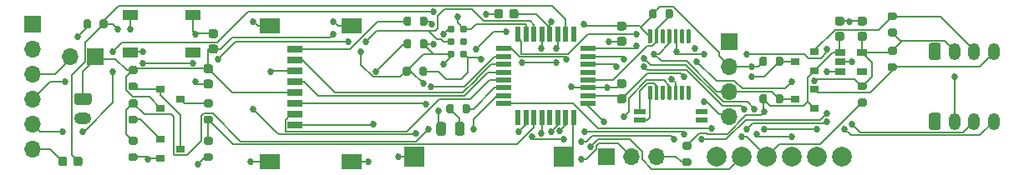
<source format=gbr>
%TF.GenerationSoftware,KiCad,Pcbnew,(5.1.10)-1*%
%TF.CreationDate,2021-07-01T22:03:52-07:00*%
%TF.ProjectId,BivalveBit_RevA,42697661-6c76-4654-9269-745f52657641,A*%
%TF.SameCoordinates,Original*%
%TF.FileFunction,Copper,L1,Top*%
%TF.FilePolarity,Positive*%
%FSLAX46Y46*%
G04 Gerber Fmt 4.6, Leading zero omitted, Abs format (unit mm)*
G04 Created by KiCad (PCBNEW (5.1.10)-1) date 2021-07-01 22:03:52*
%MOMM*%
%LPD*%
G01*
G04 APERTURE LIST*
%TA.AperFunction,ComponentPad*%
%ADD10O,1.700000X1.700000*%
%TD*%
%TA.AperFunction,ComponentPad*%
%ADD11R,1.700000X1.700000*%
%TD*%
%TA.AperFunction,SMDPad,CuDef*%
%ADD12R,0.900000X0.800000*%
%TD*%
%TA.AperFunction,SMDPad,CuDef*%
%ADD13R,1.060000X0.650000*%
%TD*%
%TA.AperFunction,SMDPad,CuDef*%
%ADD14R,0.550000X1.600000*%
%TD*%
%TA.AperFunction,SMDPad,CuDef*%
%ADD15R,1.600000X0.550000*%
%TD*%
%TA.AperFunction,SMDPad,CuDef*%
%ADD16R,2.000000X2.000000*%
%TD*%
%TA.AperFunction,SMDPad,CuDef*%
%ADD17R,1.600000X1.000000*%
%TD*%
%TA.AperFunction,ConnectorPad*%
%ADD18C,0.787400*%
%TD*%
%TA.AperFunction,ComponentPad*%
%ADD19O,1.750000X1.200000*%
%TD*%
%TA.AperFunction,SMDPad,CuDef*%
%ADD20R,2.050000X1.500000*%
%TD*%
%TA.AperFunction,SMDPad,CuDef*%
%ADD21R,1.500000X0.800000*%
%TD*%
%TA.AperFunction,ComponentPad*%
%ADD22C,2.000000*%
%TD*%
%TA.AperFunction,ComponentPad*%
%ADD23O,1.200000X1.750000*%
%TD*%
%TA.AperFunction,SMDPad,CuDef*%
%ADD24R,1.200000X0.600000*%
%TD*%
%TA.AperFunction,ViaPad*%
%ADD25C,0.685800*%
%TD*%
%TA.AperFunction,Conductor*%
%ADD26C,0.152400*%
%TD*%
G04 APERTURE END LIST*
D10*
%TO.P,J1,2*%
%TO.N,/3V3_FTDI*%
X106680000Y-126492000D03*
D11*
%TO.P,J1,1*%
%TO.N,VBUS*%
X109220000Y-126492000D03*
%TD*%
%TO.P,R17,2*%
%TO.N,/SCL1*%
%TA.AperFunction,SMDPad,CuDef*%
G36*
G01*
X189717000Y-127171000D02*
X190267000Y-127171000D01*
G75*
G02*
X190467000Y-127371000I0J-200000D01*
G01*
X190467000Y-127771000D01*
G75*
G02*
X190267000Y-127971000I-200000J0D01*
G01*
X189717000Y-127971000D01*
G75*
G02*
X189517000Y-127771000I0J200000D01*
G01*
X189517000Y-127371000D01*
G75*
G02*
X189717000Y-127171000I200000J0D01*
G01*
G37*
%TD.AperFunction*%
%TO.P,R17,1*%
%TO.N,VDD*%
%TA.AperFunction,SMDPad,CuDef*%
G36*
G01*
X189717000Y-125521000D02*
X190267000Y-125521000D01*
G75*
G02*
X190467000Y-125721000I0J-200000D01*
G01*
X190467000Y-126121000D01*
G75*
G02*
X190267000Y-126321000I-200000J0D01*
G01*
X189717000Y-126321000D01*
G75*
G02*
X189517000Y-126121000I0J200000D01*
G01*
X189517000Y-125721000D01*
G75*
G02*
X189717000Y-125521000I200000J0D01*
G01*
G37*
%TD.AperFunction*%
%TD*%
%TO.P,R16,2*%
%TO.N,/SDA1*%
%TA.AperFunction,SMDPad,CuDef*%
G36*
G01*
X190267000Y-122828000D02*
X189717000Y-122828000D01*
G75*
G02*
X189517000Y-122628000I0J200000D01*
G01*
X189517000Y-122228000D01*
G75*
G02*
X189717000Y-122028000I200000J0D01*
G01*
X190267000Y-122028000D01*
G75*
G02*
X190467000Y-122228000I0J-200000D01*
G01*
X190467000Y-122628000D01*
G75*
G02*
X190267000Y-122828000I-200000J0D01*
G01*
G37*
%TD.AperFunction*%
%TO.P,R16,1*%
%TO.N,VDD*%
%TA.AperFunction,SMDPad,CuDef*%
G36*
G01*
X190267000Y-124478000D02*
X189717000Y-124478000D01*
G75*
G02*
X189517000Y-124278000I0J200000D01*
G01*
X189517000Y-123878000D01*
G75*
G02*
X189717000Y-123678000I200000J0D01*
G01*
X190267000Y-123678000D01*
G75*
G02*
X190467000Y-123878000I0J-200000D01*
G01*
X190467000Y-124278000D01*
G75*
G02*
X190267000Y-124478000I-200000J0D01*
G01*
G37*
%TD.AperFunction*%
%TD*%
D12*
%TO.P,U4,3*%
%TO.N,Net-(Q3-Pad1)*%
X117840000Y-135890000D03*
%TO.P,U4,2*%
%TO.N,GND*%
X115840000Y-136840000D03*
%TO.P,U4,1*%
%TO.N,Net-(R11-Pad1)*%
X115840000Y-134940000D03*
%TD*%
D13*
%TO.P,U3,5*%
%TO.N,VDD*%
X186944000Y-126116000D03*
%TO.P,U3,4*%
%TO.N,Net-(U3-Pad4)*%
X186944000Y-128016000D03*
%TO.P,U3,3*%
%TO.N,/VREG_EN*%
X184744000Y-128016000D03*
%TO.P,U3,2*%
%TO.N,GND*%
X184744000Y-127066000D03*
%TO.P,U3,1*%
%TO.N,VBUS*%
X184744000Y-126116000D03*
%TD*%
D14*
%TO.P,U2,32*%
%TO.N,/SDA*%
X152072000Y-124242000D03*
%TO.P,U2,31*%
%TO.N,/TO_FTDI_RX*%
X152872000Y-124242000D03*
%TO.P,U2,30*%
%TO.N,/TO_FTDI_TX*%
X153672000Y-124242000D03*
%TO.P,U2,29*%
%TO.N,GND*%
X154472000Y-124242000D03*
%TO.P,U2,28*%
%TO.N,VBUS*%
X155272000Y-124242000D03*
%TO.P,U2,27*%
%TO.N,/UPDI*%
X156072000Y-124242000D03*
%TO.P,U2,26*%
%TO.N,/TO_RESET*%
X156872000Y-124242000D03*
%TO.P,U2,25*%
%TO.N,Net-(U2-Pad25)*%
X157672000Y-124242000D03*
D15*
%TO.P,U2,24*%
%TO.N,/VREG_EN*%
X159122000Y-125692000D03*
%TO.P,U2,23*%
%TO.N,/PF3*%
X159122000Y-126492000D03*
%TO.P,U2,22*%
%TO.N,/PF2*%
X159122000Y-127292000D03*
%TO.P,U2,21*%
%TO.N,Net-(U2-Pad21)*%
X159122000Y-128092000D03*
%TO.P,U2,20*%
%TO.N,/32kHz*%
X159122000Y-128892000D03*
%TO.P,U2,19*%
%TO.N,GND*%
X159122000Y-129692000D03*
%TO.P,U2,18*%
%TO.N,VDD*%
X159122000Y-130492000D03*
%TO.P,U2,17*%
%TO.N,/AREF*%
X159122000Y-131292000D03*
D14*
%TO.P,U2,16*%
%TO.N,/PD6*%
X157672000Y-132742000D03*
%TO.P,U2,15*%
%TO.N,/PD5*%
X156872000Y-132742000D03*
%TO.P,U2,14*%
%TO.N,/PD4*%
X156072000Y-132742000D03*
%TO.P,U2,13*%
%TO.N,Net-(U2-Pad13)*%
X155272000Y-132742000D03*
%TO.P,U2,12*%
%TO.N,/PD2*%
X154472000Y-132742000D03*
%TO.P,U2,11*%
%TO.N,/BATT_MONITOR*%
X153672000Y-132742000D03*
%TO.P,U2,10*%
%TO.N,/HALL_OUT*%
X152872000Y-132742000D03*
%TO.P,U2,9*%
%TO.N,Net-(U2-Pad9)*%
X152072000Y-132742000D03*
D15*
%TO.P,U2,8*%
%TO.N,/HALL_SLEEP*%
X150622000Y-131292000D03*
%TO.P,U2,7*%
%TO.N,/BATT_MON_EN*%
X150622000Y-130492000D03*
%TO.P,U2,6*%
%TO.N,/LED*%
X150622000Y-129692000D03*
%TO.P,U2,5*%
%TO.N,/CS*%
X150622000Y-128892000D03*
%TO.P,U2,4*%
%TO.N,/SCK*%
X150622000Y-128092000D03*
%TO.P,U2,3*%
%TO.N,/MISO*%
X150622000Y-127292000D03*
%TO.P,U2,2*%
%TO.N,/MOSI*%
X150622000Y-126492000D03*
%TO.P,U2,1*%
%TO.N,/SCL*%
X150622000Y-125692000D03*
%TD*%
%TO.P,U1,14*%
%TO.N,VBUS*%
%TA.AperFunction,SMDPad,CuDef*%
G36*
G01*
X165536000Y-125197500D02*
X165336000Y-125197500D01*
G75*
G02*
X165236000Y-125097500I0J100000D01*
G01*
X165236000Y-123822500D01*
G75*
G02*
X165336000Y-123722500I100000J0D01*
G01*
X165536000Y-123722500D01*
G75*
G02*
X165636000Y-123822500I0J-100000D01*
G01*
X165636000Y-125097500D01*
G75*
G02*
X165536000Y-125197500I-100000J0D01*
G01*
G37*
%TD.AperFunction*%
%TO.P,U1,13*%
%TO.N,/32kHz*%
%TA.AperFunction,SMDPad,CuDef*%
G36*
G01*
X166186000Y-125197500D02*
X165986000Y-125197500D01*
G75*
G02*
X165886000Y-125097500I0J100000D01*
G01*
X165886000Y-123822500D01*
G75*
G02*
X165986000Y-123722500I100000J0D01*
G01*
X166186000Y-123722500D01*
G75*
G02*
X166286000Y-123822500I0J-100000D01*
G01*
X166286000Y-125097500D01*
G75*
G02*
X166186000Y-125197500I-100000J0D01*
G01*
G37*
%TD.AperFunction*%
%TO.P,U1,12*%
%TO.N,Net-(U1-Pad12)*%
%TA.AperFunction,SMDPad,CuDef*%
G36*
G01*
X166836000Y-125197500D02*
X166636000Y-125197500D01*
G75*
G02*
X166536000Y-125097500I0J100000D01*
G01*
X166536000Y-123822500D01*
G75*
G02*
X166636000Y-123722500I100000J0D01*
G01*
X166836000Y-123722500D01*
G75*
G02*
X166936000Y-123822500I0J-100000D01*
G01*
X166936000Y-125097500D01*
G75*
G02*
X166836000Y-125197500I-100000J0D01*
G01*
G37*
%TD.AperFunction*%
%TO.P,U1,11*%
%TO.N,/SCL*%
%TA.AperFunction,SMDPad,CuDef*%
G36*
G01*
X167486000Y-125197500D02*
X167286000Y-125197500D01*
G75*
G02*
X167186000Y-125097500I0J100000D01*
G01*
X167186000Y-123822500D01*
G75*
G02*
X167286000Y-123722500I100000J0D01*
G01*
X167486000Y-123722500D01*
G75*
G02*
X167586000Y-123822500I0J-100000D01*
G01*
X167586000Y-125097500D01*
G75*
G02*
X167486000Y-125197500I-100000J0D01*
G01*
G37*
%TD.AperFunction*%
%TO.P,U1,10*%
%TO.N,/SDA*%
%TA.AperFunction,SMDPad,CuDef*%
G36*
G01*
X168136000Y-125197500D02*
X167936000Y-125197500D01*
G75*
G02*
X167836000Y-125097500I0J100000D01*
G01*
X167836000Y-123822500D01*
G75*
G02*
X167936000Y-123722500I100000J0D01*
G01*
X168136000Y-123722500D01*
G75*
G02*
X168236000Y-123822500I0J-100000D01*
G01*
X168236000Y-125097500D01*
G75*
G02*
X168136000Y-125197500I-100000J0D01*
G01*
G37*
%TD.AperFunction*%
%TO.P,U1,9*%
%TO.N,Net-(U1-Pad9)*%
%TA.AperFunction,SMDPad,CuDef*%
G36*
G01*
X168786000Y-125197500D02*
X168586000Y-125197500D01*
G75*
G02*
X168486000Y-125097500I0J100000D01*
G01*
X168486000Y-123822500D01*
G75*
G02*
X168586000Y-123722500I100000J0D01*
G01*
X168786000Y-123722500D01*
G75*
G02*
X168886000Y-123822500I0J-100000D01*
G01*
X168886000Y-125097500D01*
G75*
G02*
X168786000Y-125197500I-100000J0D01*
G01*
G37*
%TD.AperFunction*%
%TO.P,U1,8*%
%TO.N,Net-(U1-Pad8)*%
%TA.AperFunction,SMDPad,CuDef*%
G36*
G01*
X169436000Y-125197500D02*
X169236000Y-125197500D01*
G75*
G02*
X169136000Y-125097500I0J100000D01*
G01*
X169136000Y-123822500D01*
G75*
G02*
X169236000Y-123722500I100000J0D01*
G01*
X169436000Y-123722500D01*
G75*
G02*
X169536000Y-123822500I0J-100000D01*
G01*
X169536000Y-125097500D01*
G75*
G02*
X169436000Y-125197500I-100000J0D01*
G01*
G37*
%TD.AperFunction*%
%TO.P,U1,7*%
%TO.N,Net-(U1-Pad7)*%
%TA.AperFunction,SMDPad,CuDef*%
G36*
G01*
X169436000Y-130922500D02*
X169236000Y-130922500D01*
G75*
G02*
X169136000Y-130822500I0J100000D01*
G01*
X169136000Y-129547500D01*
G75*
G02*
X169236000Y-129447500I100000J0D01*
G01*
X169436000Y-129447500D01*
G75*
G02*
X169536000Y-129547500I0J-100000D01*
G01*
X169536000Y-130822500D01*
G75*
G02*
X169436000Y-130922500I-100000J0D01*
G01*
G37*
%TD.AperFunction*%
%TO.P,U1,6*%
%TO.N,Net-(U1-Pad6)*%
%TA.AperFunction,SMDPad,CuDef*%
G36*
G01*
X168786000Y-130922500D02*
X168586000Y-130922500D01*
G75*
G02*
X168486000Y-130822500I0J100000D01*
G01*
X168486000Y-129547500D01*
G75*
G02*
X168586000Y-129447500I100000J0D01*
G01*
X168786000Y-129447500D01*
G75*
G02*
X168886000Y-129547500I0J-100000D01*
G01*
X168886000Y-130822500D01*
G75*
G02*
X168786000Y-130922500I-100000J0D01*
G01*
G37*
%TD.AperFunction*%
%TO.P,U1,5*%
%TO.N,GND*%
%TA.AperFunction,SMDPad,CuDef*%
G36*
G01*
X168136000Y-130922500D02*
X167936000Y-130922500D01*
G75*
G02*
X167836000Y-130822500I0J100000D01*
G01*
X167836000Y-129547500D01*
G75*
G02*
X167936000Y-129447500I100000J0D01*
G01*
X168136000Y-129447500D01*
G75*
G02*
X168236000Y-129547500I0J-100000D01*
G01*
X168236000Y-130822500D01*
G75*
G02*
X168136000Y-130922500I-100000J0D01*
G01*
G37*
%TD.AperFunction*%
%TO.P,U1,4*%
%TO.N,+BATT*%
%TA.AperFunction,SMDPad,CuDef*%
G36*
G01*
X167486000Y-130922500D02*
X167286000Y-130922500D01*
G75*
G02*
X167186000Y-130822500I0J100000D01*
G01*
X167186000Y-129547500D01*
G75*
G02*
X167286000Y-129447500I100000J0D01*
G01*
X167486000Y-129447500D01*
G75*
G02*
X167586000Y-129547500I0J-100000D01*
G01*
X167586000Y-130822500D01*
G75*
G02*
X167486000Y-130922500I-100000J0D01*
G01*
G37*
%TD.AperFunction*%
%TO.P,U1,3*%
%TO.N,Net-(U1-Pad3)*%
%TA.AperFunction,SMDPad,CuDef*%
G36*
G01*
X166836000Y-130922500D02*
X166636000Y-130922500D01*
G75*
G02*
X166536000Y-130822500I0J100000D01*
G01*
X166536000Y-129547500D01*
G75*
G02*
X166636000Y-129447500I100000J0D01*
G01*
X166836000Y-129447500D01*
G75*
G02*
X166936000Y-129547500I0J-100000D01*
G01*
X166936000Y-130822500D01*
G75*
G02*
X166836000Y-130922500I-100000J0D01*
G01*
G37*
%TD.AperFunction*%
%TO.P,U1,2*%
%TO.N,Net-(Crystal_32.768kHz1-Pad4)*%
%TA.AperFunction,SMDPad,CuDef*%
G36*
G01*
X166186000Y-130922500D02*
X165986000Y-130922500D01*
G75*
G02*
X165886000Y-130822500I0J100000D01*
G01*
X165886000Y-129547500D01*
G75*
G02*
X165986000Y-129447500I100000J0D01*
G01*
X166186000Y-129447500D01*
G75*
G02*
X166286000Y-129547500I0J-100000D01*
G01*
X166286000Y-130822500D01*
G75*
G02*
X166186000Y-130922500I-100000J0D01*
G01*
G37*
%TD.AperFunction*%
%TO.P,U1,1*%
%TO.N,Net-(Crystal_32.768kHz1-Pad1)*%
%TA.AperFunction,SMDPad,CuDef*%
G36*
G01*
X165536000Y-130922500D02*
X165336000Y-130922500D01*
G75*
G02*
X165236000Y-130822500I0J100000D01*
G01*
X165236000Y-129547500D01*
G75*
G02*
X165336000Y-129447500I100000J0D01*
G01*
X165536000Y-129447500D01*
G75*
G02*
X165636000Y-129547500I0J-100000D01*
G01*
X165636000Y-130822500D01*
G75*
G02*
X165536000Y-130922500I-100000J0D01*
G01*
G37*
%TD.AperFunction*%
%TD*%
D16*
%TO.P,SW2,2*%
%TO.N,/PD6*%
X156658000Y-136652000D03*
%TO.P,SW2,1*%
%TO.N,GND*%
X141538000Y-136652000D03*
%TD*%
D17*
%TO.P,RESET,4*%
%TO.N,Net-(RESET1-Pad4)*%
X119126000Y-126106000D03*
%TO.P,RESET,3*%
%TO.N,/TO_RESET*%
X112726000Y-126106000D03*
%TO.P,RESET,2*%
%TO.N,GND*%
X119126000Y-122306000D03*
%TO.P,RESET,1*%
X112726000Y-122306000D03*
%TD*%
%TO.P,R15,2*%
%TO.N,Net-(J6-Pad3)*%
%TA.AperFunction,SMDPad,CuDef*%
G36*
G01*
X168889000Y-136823000D02*
X169439000Y-136823000D01*
G75*
G02*
X169639000Y-137023000I0J-200000D01*
G01*
X169639000Y-137423000D01*
G75*
G02*
X169439000Y-137623000I-200000J0D01*
G01*
X168889000Y-137623000D01*
G75*
G02*
X168689000Y-137423000I0J200000D01*
G01*
X168689000Y-137023000D01*
G75*
G02*
X168889000Y-136823000I200000J0D01*
G01*
G37*
%TD.AperFunction*%
%TO.P,R15,1*%
%TO.N,VBUS*%
%TA.AperFunction,SMDPad,CuDef*%
G36*
G01*
X168889000Y-135173000D02*
X169439000Y-135173000D01*
G75*
G02*
X169639000Y-135373000I0J-200000D01*
G01*
X169639000Y-135773000D01*
G75*
G02*
X169439000Y-135973000I-200000J0D01*
G01*
X168889000Y-135973000D01*
G75*
G02*
X168689000Y-135773000I0J200000D01*
G01*
X168689000Y-135373000D01*
G75*
G02*
X168889000Y-135173000I200000J0D01*
G01*
G37*
%TD.AperFunction*%
%TD*%
%TO.P,R14,2*%
%TO.N,/AREF*%
%TA.AperFunction,SMDPad,CuDef*%
G36*
G01*
X186669000Y-130790000D02*
X187219000Y-130790000D01*
G75*
G02*
X187419000Y-130990000I0J-200000D01*
G01*
X187419000Y-131390000D01*
G75*
G02*
X187219000Y-131590000I-200000J0D01*
G01*
X186669000Y-131590000D01*
G75*
G02*
X186469000Y-131390000I0J200000D01*
G01*
X186469000Y-130990000D01*
G75*
G02*
X186669000Y-130790000I200000J0D01*
G01*
G37*
%TD.AperFunction*%
%TO.P,R14,1*%
%TO.N,VDD*%
%TA.AperFunction,SMDPad,CuDef*%
G36*
G01*
X186669000Y-129140000D02*
X187219000Y-129140000D01*
G75*
G02*
X187419000Y-129340000I0J-200000D01*
G01*
X187419000Y-129740000D01*
G75*
G02*
X187219000Y-129940000I-200000J0D01*
G01*
X186669000Y-129940000D01*
G75*
G02*
X186469000Y-129740000I0J200000D01*
G01*
X186469000Y-129340000D01*
G75*
G02*
X186669000Y-129140000I200000J0D01*
G01*
G37*
%TD.AperFunction*%
%TD*%
%TO.P,R13,2*%
%TO.N,VBUS*%
%TA.AperFunction,SMDPad,CuDef*%
G36*
G01*
X113305000Y-128290000D02*
X112755000Y-128290000D01*
G75*
G02*
X112555000Y-128090000I0J200000D01*
G01*
X112555000Y-127690000D01*
G75*
G02*
X112755000Y-127490000I200000J0D01*
G01*
X113305000Y-127490000D01*
G75*
G02*
X113505000Y-127690000I0J-200000D01*
G01*
X113505000Y-128090000D01*
G75*
G02*
X113305000Y-128290000I-200000J0D01*
G01*
G37*
%TD.AperFunction*%
%TO.P,R13,1*%
%TO.N,Net-(Q3-Pad1)*%
%TA.AperFunction,SMDPad,CuDef*%
G36*
G01*
X113305000Y-129940000D02*
X112755000Y-129940000D01*
G75*
G02*
X112555000Y-129740000I0J200000D01*
G01*
X112555000Y-129340000D01*
G75*
G02*
X112755000Y-129140000I200000J0D01*
G01*
X113305000Y-129140000D01*
G75*
G02*
X113505000Y-129340000I0J-200000D01*
G01*
X113505000Y-129740000D01*
G75*
G02*
X113305000Y-129940000I-200000J0D01*
G01*
G37*
%TD.AperFunction*%
%TD*%
%TO.P,R12,2*%
%TO.N,Net-(Q3-Pad3)*%
%TA.AperFunction,SMDPad,CuDef*%
G36*
G01*
X120925000Y-131655000D02*
X120375000Y-131655000D01*
G75*
G02*
X120175000Y-131455000I0J200000D01*
G01*
X120175000Y-131055000D01*
G75*
G02*
X120375000Y-130855000I200000J0D01*
G01*
X120925000Y-130855000D01*
G75*
G02*
X121125000Y-131055000I0J-200000D01*
G01*
X121125000Y-131455000D01*
G75*
G02*
X120925000Y-131655000I-200000J0D01*
G01*
G37*
%TD.AperFunction*%
%TO.P,R12,1*%
%TO.N,/BATT_MONITOR*%
%TA.AperFunction,SMDPad,CuDef*%
G36*
G01*
X120925000Y-133305000D02*
X120375000Y-133305000D01*
G75*
G02*
X120175000Y-133105000I0J200000D01*
G01*
X120175000Y-132705000D01*
G75*
G02*
X120375000Y-132505000I200000J0D01*
G01*
X120925000Y-132505000D01*
G75*
G02*
X121125000Y-132705000I0J-200000D01*
G01*
X121125000Y-133105000D01*
G75*
G02*
X120925000Y-133305000I-200000J0D01*
G01*
G37*
%TD.AperFunction*%
%TD*%
%TO.P,R11,2*%
%TO.N,/BATT_MON_EN*%
%TA.AperFunction,SMDPad,CuDef*%
G36*
G01*
X113305000Y-131655000D02*
X112755000Y-131655000D01*
G75*
G02*
X112555000Y-131455000I0J200000D01*
G01*
X112555000Y-131055000D01*
G75*
G02*
X112755000Y-130855000I200000J0D01*
G01*
X113305000Y-130855000D01*
G75*
G02*
X113505000Y-131055000I0J-200000D01*
G01*
X113505000Y-131455000D01*
G75*
G02*
X113305000Y-131655000I-200000J0D01*
G01*
G37*
%TD.AperFunction*%
%TO.P,R11,1*%
%TO.N,Net-(R11-Pad1)*%
%TA.AperFunction,SMDPad,CuDef*%
G36*
G01*
X113305000Y-133305000D02*
X112755000Y-133305000D01*
G75*
G02*
X112555000Y-133105000I0J200000D01*
G01*
X112555000Y-132705000D01*
G75*
G02*
X112755000Y-132505000I200000J0D01*
G01*
X113305000Y-132505000D01*
G75*
G02*
X113505000Y-132705000I0J-200000D01*
G01*
X113505000Y-133105000D01*
G75*
G02*
X113305000Y-133305000I-200000J0D01*
G01*
G37*
%TD.AperFunction*%
%TD*%
%TO.P,R10,2*%
%TO.N,/BATT_MONITOR*%
%TA.AperFunction,SMDPad,CuDef*%
G36*
G01*
X120925000Y-135465000D02*
X120375000Y-135465000D01*
G75*
G02*
X120175000Y-135265000I0J200000D01*
G01*
X120175000Y-134865000D01*
G75*
G02*
X120375000Y-134665000I200000J0D01*
G01*
X120925000Y-134665000D01*
G75*
G02*
X121125000Y-134865000I0J-200000D01*
G01*
X121125000Y-135265000D01*
G75*
G02*
X120925000Y-135465000I-200000J0D01*
G01*
G37*
%TD.AperFunction*%
%TO.P,R10,1*%
%TO.N,GND*%
%TA.AperFunction,SMDPad,CuDef*%
G36*
G01*
X120925000Y-137115000D02*
X120375000Y-137115000D01*
G75*
G02*
X120175000Y-136915000I0J200000D01*
G01*
X120175000Y-136515000D01*
G75*
G02*
X120375000Y-136315000I200000J0D01*
G01*
X120925000Y-136315000D01*
G75*
G02*
X121125000Y-136515000I0J-200000D01*
G01*
X121125000Y-136915000D01*
G75*
G02*
X120925000Y-137115000I-200000J0D01*
G01*
G37*
%TD.AperFunction*%
%TD*%
%TO.P,R9,2*%
%TO.N,/BATT_MON_EN*%
%TA.AperFunction,SMDPad,CuDef*%
G36*
G01*
X113305000Y-135465000D02*
X112755000Y-135465000D01*
G75*
G02*
X112555000Y-135265000I0J200000D01*
G01*
X112555000Y-134865000D01*
G75*
G02*
X112755000Y-134665000I200000J0D01*
G01*
X113305000Y-134665000D01*
G75*
G02*
X113505000Y-134865000I0J-200000D01*
G01*
X113505000Y-135265000D01*
G75*
G02*
X113305000Y-135465000I-200000J0D01*
G01*
G37*
%TD.AperFunction*%
%TO.P,R9,1*%
%TO.N,GND*%
%TA.AperFunction,SMDPad,CuDef*%
G36*
G01*
X113305000Y-137115000D02*
X112755000Y-137115000D01*
G75*
G02*
X112555000Y-136915000I0J200000D01*
G01*
X112555000Y-136515000D01*
G75*
G02*
X112755000Y-136315000I200000J0D01*
G01*
X113305000Y-136315000D01*
G75*
G02*
X113505000Y-136515000I0J-200000D01*
G01*
X113505000Y-136915000D01*
G75*
G02*
X113305000Y-137115000I-200000J0D01*
G01*
G37*
%TD.AperFunction*%
%TD*%
%TO.P,R8,2*%
%TO.N,/RSV1*%
%TA.AperFunction,SMDPad,CuDef*%
G36*
G01*
X141244000Y-122661000D02*
X141244000Y-123211000D01*
G75*
G02*
X141044000Y-123411000I-200000J0D01*
G01*
X140644000Y-123411000D01*
G75*
G02*
X140444000Y-123211000I0J200000D01*
G01*
X140444000Y-122661000D01*
G75*
G02*
X140644000Y-122461000I200000J0D01*
G01*
X141044000Y-122461000D01*
G75*
G02*
X141244000Y-122661000I0J-200000D01*
G01*
G37*
%TD.AperFunction*%
%TO.P,R8,1*%
%TO.N,VBUS*%
%TA.AperFunction,SMDPad,CuDef*%
G36*
G01*
X142894000Y-122661000D02*
X142894000Y-123211000D01*
G75*
G02*
X142694000Y-123411000I-200000J0D01*
G01*
X142294000Y-123411000D01*
G75*
G02*
X142094000Y-123211000I0J200000D01*
G01*
X142094000Y-122661000D01*
G75*
G02*
X142294000Y-122461000I200000J0D01*
G01*
X142694000Y-122461000D01*
G75*
G02*
X142894000Y-122661000I0J-200000D01*
G01*
G37*
%TD.AperFunction*%
%TD*%
%TO.P,R7,2*%
%TO.N,Net-(D1-Pad2)*%
%TA.AperFunction,SMDPad,CuDef*%
G36*
G01*
X145562000Y-131551000D02*
X145562000Y-132101000D01*
G75*
G02*
X145362000Y-132301000I-200000J0D01*
G01*
X144962000Y-132301000D01*
G75*
G02*
X144762000Y-132101000I0J200000D01*
G01*
X144762000Y-131551000D01*
G75*
G02*
X144962000Y-131351000I200000J0D01*
G01*
X145362000Y-131351000D01*
G75*
G02*
X145562000Y-131551000I0J-200000D01*
G01*
G37*
%TD.AperFunction*%
%TO.P,R7,1*%
%TO.N,/LED*%
%TA.AperFunction,SMDPad,CuDef*%
G36*
G01*
X147212000Y-131551000D02*
X147212000Y-132101000D01*
G75*
G02*
X147012000Y-132301000I-200000J0D01*
G01*
X146612000Y-132301000D01*
G75*
G02*
X146412000Y-132101000I0J200000D01*
G01*
X146412000Y-131551000D01*
G75*
G02*
X146612000Y-131351000I200000J0D01*
G01*
X147012000Y-131351000D01*
G75*
G02*
X147212000Y-131551000I0J-200000D01*
G01*
G37*
%TD.AperFunction*%
%TD*%
%TO.P,R6,2*%
%TO.N,/RSV2*%
%TA.AperFunction,SMDPad,CuDef*%
G36*
G01*
X141244000Y-124947000D02*
X141244000Y-125497000D01*
G75*
G02*
X141044000Y-125697000I-200000J0D01*
G01*
X140644000Y-125697000D01*
G75*
G02*
X140444000Y-125497000I0J200000D01*
G01*
X140444000Y-124947000D01*
G75*
G02*
X140644000Y-124747000I200000J0D01*
G01*
X141044000Y-124747000D01*
G75*
G02*
X141244000Y-124947000I0J-200000D01*
G01*
G37*
%TD.AperFunction*%
%TO.P,R6,1*%
%TO.N,VBUS*%
%TA.AperFunction,SMDPad,CuDef*%
G36*
G01*
X142894000Y-124947000D02*
X142894000Y-125497000D01*
G75*
G02*
X142694000Y-125697000I-200000J0D01*
G01*
X142294000Y-125697000D01*
G75*
G02*
X142094000Y-125497000I0J200000D01*
G01*
X142094000Y-124947000D01*
G75*
G02*
X142294000Y-124747000I200000J0D01*
G01*
X142694000Y-124747000D01*
G75*
G02*
X142894000Y-124947000I0J-200000D01*
G01*
G37*
%TD.AperFunction*%
%TD*%
%TO.P,R5,2*%
%TO.N,/SCL*%
%TA.AperFunction,SMDPad,CuDef*%
G36*
G01*
X178162000Y-131085000D02*
X178162000Y-130535000D01*
G75*
G02*
X178362000Y-130335000I200000J0D01*
G01*
X178762000Y-130335000D01*
G75*
G02*
X178962000Y-130535000I0J-200000D01*
G01*
X178962000Y-131085000D01*
G75*
G02*
X178762000Y-131285000I-200000J0D01*
G01*
X178362000Y-131285000D01*
G75*
G02*
X178162000Y-131085000I0J200000D01*
G01*
G37*
%TD.AperFunction*%
%TO.P,R5,1*%
%TO.N,VBUS*%
%TA.AperFunction,SMDPad,CuDef*%
G36*
G01*
X176512000Y-131085000D02*
X176512000Y-130535000D01*
G75*
G02*
X176712000Y-130335000I200000J0D01*
G01*
X177112000Y-130335000D01*
G75*
G02*
X177312000Y-130535000I0J-200000D01*
G01*
X177312000Y-131085000D01*
G75*
G02*
X177112000Y-131285000I-200000J0D01*
G01*
X176712000Y-131285000D01*
G75*
G02*
X176512000Y-131085000I0J200000D01*
G01*
G37*
%TD.AperFunction*%
%TD*%
%TO.P,R4,2*%
%TO.N,/SDA*%
%TA.AperFunction,SMDPad,CuDef*%
G36*
G01*
X178162000Y-127275000D02*
X178162000Y-126725000D01*
G75*
G02*
X178362000Y-126525000I200000J0D01*
G01*
X178762000Y-126525000D01*
G75*
G02*
X178962000Y-126725000I0J-200000D01*
G01*
X178962000Y-127275000D01*
G75*
G02*
X178762000Y-127475000I-200000J0D01*
G01*
X178362000Y-127475000D01*
G75*
G02*
X178162000Y-127275000I0J200000D01*
G01*
G37*
%TD.AperFunction*%
%TO.P,R4,1*%
%TO.N,VBUS*%
%TA.AperFunction,SMDPad,CuDef*%
G36*
G01*
X176512000Y-127275000D02*
X176512000Y-126725000D01*
G75*
G02*
X176712000Y-126525000I200000J0D01*
G01*
X177112000Y-126525000D01*
G75*
G02*
X177312000Y-126725000I0J-200000D01*
G01*
X177312000Y-127275000D01*
G75*
G02*
X177112000Y-127475000I-200000J0D01*
G01*
X176712000Y-127475000D01*
G75*
G02*
X176512000Y-127275000I0J200000D01*
G01*
G37*
%TD.AperFunction*%
%TD*%
%TO.P,R3,2*%
%TO.N,/UPDI*%
%TA.AperFunction,SMDPad,CuDef*%
G36*
G01*
X142039772Y-128287720D02*
X142039772Y-127737720D01*
G75*
G02*
X142239772Y-127537720I200000J0D01*
G01*
X142639772Y-127537720D01*
G75*
G02*
X142839772Y-127737720I0J-200000D01*
G01*
X142839772Y-128287720D01*
G75*
G02*
X142639772Y-128487720I-200000J0D01*
G01*
X142239772Y-128487720D01*
G75*
G02*
X142039772Y-128287720I0J200000D01*
G01*
G37*
%TD.AperFunction*%
%TO.P,R3,1*%
%TO.N,VBUS*%
%TA.AperFunction,SMDPad,CuDef*%
G36*
G01*
X140389772Y-128287720D02*
X140389772Y-127737720D01*
G75*
G02*
X140589772Y-127537720I200000J0D01*
G01*
X140989772Y-127537720D01*
G75*
G02*
X141189772Y-127737720I0J-200000D01*
G01*
X141189772Y-128287720D01*
G75*
G02*
X140989772Y-128487720I-200000J0D01*
G01*
X140589772Y-128487720D01*
G75*
G02*
X140389772Y-128287720I0J200000D01*
G01*
G37*
%TD.AperFunction*%
%TD*%
%TO.P,R2,2*%
%TO.N,/TO_RESET*%
%TA.AperFunction,SMDPad,CuDef*%
G36*
G01*
X109645000Y-123465000D02*
X109645000Y-122915000D01*
G75*
G02*
X109845000Y-122715000I200000J0D01*
G01*
X110245000Y-122715000D01*
G75*
G02*
X110445000Y-122915000I0J-200000D01*
G01*
X110445000Y-123465000D01*
G75*
G02*
X110245000Y-123665000I-200000J0D01*
G01*
X109845000Y-123665000D01*
G75*
G02*
X109645000Y-123465000I0J200000D01*
G01*
G37*
%TD.AperFunction*%
%TO.P,R2,1*%
%TO.N,VBUS*%
%TA.AperFunction,SMDPad,CuDef*%
G36*
G01*
X107995000Y-123465000D02*
X107995000Y-122915000D01*
G75*
G02*
X108195000Y-122715000I200000J0D01*
G01*
X108595000Y-122715000D01*
G75*
G02*
X108795000Y-122915000I0J-200000D01*
G01*
X108795000Y-123465000D01*
G75*
G02*
X108595000Y-123665000I-200000J0D01*
G01*
X108195000Y-123665000D01*
G75*
G02*
X107995000Y-123465000I0J200000D01*
G01*
G37*
%TD.AperFunction*%
%TD*%
%TO.P,R1,2*%
%TO.N,/32kHz*%
%TA.AperFunction,SMDPad,CuDef*%
G36*
G01*
X166986000Y-122449000D02*
X166986000Y-121899000D01*
G75*
G02*
X167186000Y-121699000I200000J0D01*
G01*
X167586000Y-121699000D01*
G75*
G02*
X167786000Y-121899000I0J-200000D01*
G01*
X167786000Y-122449000D01*
G75*
G02*
X167586000Y-122649000I-200000J0D01*
G01*
X167186000Y-122649000D01*
G75*
G02*
X166986000Y-122449000I0J200000D01*
G01*
G37*
%TD.AperFunction*%
%TO.P,R1,1*%
%TO.N,VBUS*%
%TA.AperFunction,SMDPad,CuDef*%
G36*
G01*
X165336000Y-122449000D02*
X165336000Y-121899000D01*
G75*
G02*
X165536000Y-121699000I200000J0D01*
G01*
X165936000Y-121699000D01*
G75*
G02*
X166136000Y-121899000I0J-200000D01*
G01*
X166136000Y-122449000D01*
G75*
G02*
X165936000Y-122649000I-200000J0D01*
G01*
X165536000Y-122649000D01*
G75*
G02*
X165336000Y-122449000I0J200000D01*
G01*
G37*
%TD.AperFunction*%
%TD*%
D12*
%TO.P,Q3,3*%
%TO.N,Net-(Q3-Pad3)*%
X117840000Y-130810000D03*
%TO.P,Q3,2*%
%TO.N,VBUS*%
X115840000Y-131760000D03*
%TO.P,Q3,1*%
%TO.N,Net-(Q3-Pad1)*%
X115840000Y-129860000D03*
%TD*%
%TO.P,Q2,3*%
%TO.N,/SCL*%
X180118000Y-130810000D03*
%TO.P,Q2,2*%
%TO.N,/SCL1*%
X182118000Y-129860000D03*
%TO.P,Q2,1*%
%TO.N,VBUS*%
X182118000Y-131760000D03*
%TD*%
%TO.P,Q1,3*%
%TO.N,/SDA*%
X180118000Y-127000000D03*
%TO.P,Q1,2*%
%TO.N,/SDA1*%
X182118000Y-126050000D03*
%TO.P,Q1,1*%
%TO.N,VBUS*%
X182118000Y-127950000D03*
%TD*%
D18*
%TO.P,PROGRAM_HEADER1,6*%
%TO.N,GND*%
X145288000Y-123698000D03*
%TO.P,PROGRAM_HEADER1,5*%
%TO.N,/TO_FTDI_RX*%
X146558000Y-123698000D03*
%TO.P,PROGRAM_HEADER1,4*%
%TO.N,/TO_FTDI_TX*%
X145288000Y-124968000D03*
%TO.P,PROGRAM_HEADER1,3*%
%TO.N,Net-(PROGRAM_HEADER1-Pad3)*%
X146558000Y-124968000D03*
%TO.P,PROGRAM_HEADER1,2*%
%TO.N,VBUS*%
X145288000Y-126238000D03*
%TO.P,PROGRAM_HEADER1,1*%
%TO.N,/UPDI*%
X146558000Y-126238000D03*
%TD*%
D19*
%TO.P,PRIMARY_BATTERY1,2*%
%TO.N,GND*%
X107950000Y-132810000D03*
%TO.P,PRIMARY_BATTERY1,1*%
%TO.N,VBUS*%
%TA.AperFunction,ComponentPad*%
G36*
G01*
X107324999Y-130210000D02*
X108575001Y-130210000D01*
G75*
G02*
X108825000Y-130459999I0J-249999D01*
G01*
X108825000Y-131160001D01*
G75*
G02*
X108575001Y-131410000I-249999J0D01*
G01*
X107324999Y-131410000D01*
G75*
G02*
X107075000Y-131160001I0J249999D01*
G01*
X107075000Y-130459999D01*
G75*
G02*
X107324999Y-130210000I249999J0D01*
G01*
G37*
%TD.AperFunction*%
%TD*%
D10*
%TO.P,OLED1,4*%
%TO.N,/SDA*%
X173482000Y-132588000D03*
%TO.P,OLED1,3*%
%TO.N,/SCL*%
X173482000Y-130048000D03*
%TO.P,OLED1,2*%
%TO.N,VBUS*%
X173482000Y-127508000D03*
D11*
%TO.P,OLED1,1*%
%TO.N,GND*%
X173482000Y-124968000D03*
%TD*%
D20*
%TO.P,microSD,G4*%
%TO.N,GND*%
X126872000Y-123427000D03*
%TO.P,microSD,G3*%
X135172000Y-123427000D03*
%TO.P,microSD,G2*%
X135172000Y-137177000D03*
%TO.P,microSD,G1*%
X126872000Y-137177000D03*
D21*
%TO.P,microSD,8*%
%TO.N,/RSV1*%
X129472000Y-125802000D03*
%TO.P,microSD,7*%
%TO.N,/MISO*%
X129472000Y-126902000D03*
%TO.P,microSD,6*%
%TO.N,GND*%
X129472000Y-128002000D03*
%TO.P,microSD,5*%
%TO.N,/SCK*%
X129472000Y-129102000D03*
%TO.P,microSD,4*%
%TO.N,VBUS*%
X129472000Y-130202000D03*
%TO.P,microSD,3*%
%TO.N,/MOSI*%
X129472000Y-131302000D03*
%TO.P,microSD,2*%
%TO.N,/CS*%
X129472000Y-132402000D03*
%TO.P,microSD,1*%
%TO.N,/RSV2*%
X129472000Y-133502000D03*
%TD*%
D22*
%TO.P,J7,1*%
%TO.N,/AREF*%
X177292000Y-136652000D03*
%TD*%
D10*
%TO.P,J6,3*%
%TO.N,Net-(J6-Pad3)*%
X166116000Y-136652000D03*
%TO.P,J6,2*%
%TO.N,/PD2*%
X163576000Y-136652000D03*
D11*
%TO.P,J6,1*%
%TO.N,GND*%
X161036000Y-136652000D03*
%TD*%
D22*
%TO.P,J5,1*%
%TO.N,/PD5*%
X174752000Y-136652000D03*
%TD*%
%TO.P,J4,1*%
%TO.N,/PD4*%
X172212000Y-136652000D03*
%TD*%
%TO.P,J3,1*%
%TO.N,/PF3*%
X182372000Y-136652000D03*
%TD*%
%TO.P,J2,1*%
%TO.N,/PF2*%
X179832000Y-136652000D03*
%TD*%
D23*
%TO.P,HEART_SENSOR1,4*%
%TO.N,/SCL1*%
X200310000Y-125984000D03*
%TO.P,HEART_SENSOR1,3*%
%TO.N,/SDA1*%
X198310000Y-125984000D03*
%TO.P,HEART_SENSOR1,2*%
%TO.N,VDD*%
X196310000Y-125984000D03*
%TO.P,HEART_SENSOR1,1*%
%TO.N,GND*%
%TA.AperFunction,ComponentPad*%
G36*
G01*
X193710000Y-126609001D02*
X193710000Y-125358999D01*
G75*
G02*
X193959999Y-125109000I249999J0D01*
G01*
X194660001Y-125109000D01*
G75*
G02*
X194910000Y-125358999I0J-249999D01*
G01*
X194910000Y-126609001D01*
G75*
G02*
X194660001Y-126859000I-249999J0D01*
G01*
X193959999Y-126859000D01*
G75*
G02*
X193710000Y-126609001I0J249999D01*
G01*
G37*
%TD.AperFunction*%
%TD*%
%TO.P,HALL_SENSOR1,4*%
%TO.N,/HALL_SLEEP*%
X200310000Y-133096000D03*
%TO.P,HALL_SENSOR1,3*%
%TO.N,/HALL_OUT*%
X198310000Y-133096000D03*
%TO.P,HALL_SENSOR1,2*%
%TO.N,VDD*%
X196310000Y-133096000D03*
%TO.P,HALL_SENSOR1,1*%
%TO.N,GND*%
%TA.AperFunction,ComponentPad*%
G36*
G01*
X193710000Y-133721001D02*
X193710000Y-132470999D01*
G75*
G02*
X193959999Y-132221000I249999J0D01*
G01*
X194660001Y-132221000D01*
G75*
G02*
X194910000Y-132470999I0J-249999D01*
G01*
X194910000Y-133721001D01*
G75*
G02*
X194660001Y-133971000I-249999J0D01*
G01*
X193959999Y-133971000D01*
G75*
G02*
X193710000Y-133721001I0J249999D01*
G01*
G37*
%TD.AperFunction*%
%TD*%
D10*
%TO.P,FTDI,6*%
%TO.N,/DTR*%
X102870000Y-135890000D03*
%TO.P,FTDI,5*%
%TO.N,/TO_FTDI_RX*%
X102870000Y-133350000D03*
%TO.P,FTDI,4*%
%TO.N,/TO_FTDI_TX*%
X102870000Y-130810000D03*
%TO.P,FTDI,3*%
%TO.N,/3V3_FTDI*%
X102870000Y-128270000D03*
%TO.P,FTDI,2*%
%TO.N,GND*%
X102870000Y-125730000D03*
D11*
%TO.P,FTDI,1*%
X102870000Y-123190000D03*
%TD*%
%TO.P,D1,2*%
%TO.N,Net-(D1-Pad2)*%
%TA.AperFunction,SMDPad,CuDef*%
G36*
G01*
X145659500Y-134314250D02*
X145659500Y-133401750D01*
G75*
G02*
X145903250Y-133158000I243750J0D01*
G01*
X146390750Y-133158000D01*
G75*
G02*
X146634500Y-133401750I0J-243750D01*
G01*
X146634500Y-134314250D01*
G75*
G02*
X146390750Y-134558000I-243750J0D01*
G01*
X145903250Y-134558000D01*
G75*
G02*
X145659500Y-134314250I0J243750D01*
G01*
G37*
%TD.AperFunction*%
%TO.P,D1,1*%
%TO.N,VBUS*%
%TA.AperFunction,SMDPad,CuDef*%
G36*
G01*
X143784500Y-134314250D02*
X143784500Y-133401750D01*
G75*
G02*
X144028250Y-133158000I243750J0D01*
G01*
X144515750Y-133158000D01*
G75*
G02*
X144759500Y-133401750I0J-243750D01*
G01*
X144759500Y-134314250D01*
G75*
G02*
X144515750Y-134558000I-243750J0D01*
G01*
X144028250Y-134558000D01*
G75*
G02*
X143784500Y-134314250I0J243750D01*
G01*
G37*
%TD.AperFunction*%
%TD*%
D24*
%TO.P,32.768kHz,4*%
%TO.N,Net-(Crystal_32.768kHz1-Pad4)*%
X164388000Y-132080000D03*
%TO.P,32.768kHz,3*%
%TO.N,Net-(Crystal_32.768kHz1-Pad3)*%
X170688000Y-132080000D03*
%TO.P,32.768kHz,2*%
%TO.N,Net-(Crystal_32.768kHz1-Pad2)*%
X170688000Y-132980000D03*
%TO.P,32.768kHz,1*%
%TO.N,Net-(Crystal_32.768kHz1-Pad1)*%
X164388000Y-132980000D03*
%TD*%
%TO.P,C8,2*%
%TO.N,GND*%
%TA.AperFunction,SMDPad,CuDef*%
G36*
G01*
X150538000Y-121924000D02*
X150538000Y-122424000D01*
G75*
G02*
X150313000Y-122649000I-225000J0D01*
G01*
X149863000Y-122649000D01*
G75*
G02*
X149638000Y-122424000I0J225000D01*
G01*
X149638000Y-121924000D01*
G75*
G02*
X149863000Y-121699000I225000J0D01*
G01*
X150313000Y-121699000D01*
G75*
G02*
X150538000Y-121924000I0J-225000D01*
G01*
G37*
%TD.AperFunction*%
%TO.P,C8,1*%
%TO.N,VBUS*%
%TA.AperFunction,SMDPad,CuDef*%
G36*
G01*
X152088000Y-121924000D02*
X152088000Y-122424000D01*
G75*
G02*
X151863000Y-122649000I-225000J0D01*
G01*
X151413000Y-122649000D01*
G75*
G02*
X151188000Y-122424000I0J225000D01*
G01*
X151188000Y-121924000D01*
G75*
G02*
X151413000Y-121699000I225000J0D01*
G01*
X151863000Y-121699000D01*
G75*
G02*
X152088000Y-121924000I0J-225000D01*
G01*
G37*
%TD.AperFunction*%
%TD*%
%TO.P,C7,2*%
%TO.N,GND*%
%TA.AperFunction,SMDPad,CuDef*%
G36*
G01*
X121408000Y-124643000D02*
X120908000Y-124643000D01*
G75*
G02*
X120683000Y-124418000I0J225000D01*
G01*
X120683000Y-123968000D01*
G75*
G02*
X120908000Y-123743000I225000J0D01*
G01*
X121408000Y-123743000D01*
G75*
G02*
X121633000Y-123968000I0J-225000D01*
G01*
X121633000Y-124418000D01*
G75*
G02*
X121408000Y-124643000I-225000J0D01*
G01*
G37*
%TD.AperFunction*%
%TO.P,C7,1*%
%TO.N,VBUS*%
%TA.AperFunction,SMDPad,CuDef*%
G36*
G01*
X121408000Y-126193000D02*
X120908000Y-126193000D01*
G75*
G02*
X120683000Y-125968000I0J225000D01*
G01*
X120683000Y-125518000D01*
G75*
G02*
X120908000Y-125293000I225000J0D01*
G01*
X121408000Y-125293000D01*
G75*
G02*
X121633000Y-125518000I0J-225000D01*
G01*
X121633000Y-125968000D01*
G75*
G02*
X121408000Y-126193000I-225000J0D01*
G01*
G37*
%TD.AperFunction*%
%TD*%
%TO.P,C6,2*%
%TO.N,GND*%
%TA.AperFunction,SMDPad,CuDef*%
G36*
G01*
X120400000Y-128849000D02*
X120900000Y-128849000D01*
G75*
G02*
X121125000Y-129074000I0J-225000D01*
G01*
X121125000Y-129524000D01*
G75*
G02*
X120900000Y-129749000I-225000J0D01*
G01*
X120400000Y-129749000D01*
G75*
G02*
X120175000Y-129524000I0J225000D01*
G01*
X120175000Y-129074000D01*
G75*
G02*
X120400000Y-128849000I225000J0D01*
G01*
G37*
%TD.AperFunction*%
%TO.P,C6,1*%
%TO.N,VBUS*%
%TA.AperFunction,SMDPad,CuDef*%
G36*
G01*
X120400000Y-127299000D02*
X120900000Y-127299000D01*
G75*
G02*
X121125000Y-127524000I0J-225000D01*
G01*
X121125000Y-127974000D01*
G75*
G02*
X120900000Y-128199000I-225000J0D01*
G01*
X120400000Y-128199000D01*
G75*
G02*
X120175000Y-127974000I0J225000D01*
G01*
X120175000Y-127524000D01*
G75*
G02*
X120400000Y-127299000I225000J0D01*
G01*
G37*
%TD.AperFunction*%
%TD*%
%TO.P,C5,2*%
%TO.N,GND*%
%TA.AperFunction,SMDPad,CuDef*%
G36*
G01*
X187194000Y-123360000D02*
X186694000Y-123360000D01*
G75*
G02*
X186469000Y-123135000I0J225000D01*
G01*
X186469000Y-122685000D01*
G75*
G02*
X186694000Y-122460000I225000J0D01*
G01*
X187194000Y-122460000D01*
G75*
G02*
X187419000Y-122685000I0J-225000D01*
G01*
X187419000Y-123135000D01*
G75*
G02*
X187194000Y-123360000I-225000J0D01*
G01*
G37*
%TD.AperFunction*%
%TO.P,C5,1*%
%TO.N,VDD*%
%TA.AperFunction,SMDPad,CuDef*%
G36*
G01*
X187194000Y-124910000D02*
X186694000Y-124910000D01*
G75*
G02*
X186469000Y-124685000I0J225000D01*
G01*
X186469000Y-124235000D01*
G75*
G02*
X186694000Y-124010000I225000J0D01*
G01*
X187194000Y-124010000D01*
G75*
G02*
X187419000Y-124235000I0J-225000D01*
G01*
X187419000Y-124685000D01*
G75*
G02*
X187194000Y-124910000I-225000J0D01*
G01*
G37*
%TD.AperFunction*%
%TD*%
%TO.P,C4,2*%
%TO.N,GND*%
%TA.AperFunction,SMDPad,CuDef*%
G36*
G01*
X162810000Y-129710000D02*
X162310000Y-129710000D01*
G75*
G02*
X162085000Y-129485000I0J225000D01*
G01*
X162085000Y-129035000D01*
G75*
G02*
X162310000Y-128810000I225000J0D01*
G01*
X162810000Y-128810000D01*
G75*
G02*
X163035000Y-129035000I0J-225000D01*
G01*
X163035000Y-129485000D01*
G75*
G02*
X162810000Y-129710000I-225000J0D01*
G01*
G37*
%TD.AperFunction*%
%TO.P,C4,1*%
%TO.N,VDD*%
%TA.AperFunction,SMDPad,CuDef*%
G36*
G01*
X162810000Y-131260000D02*
X162310000Y-131260000D01*
G75*
G02*
X162085000Y-131035000I0J225000D01*
G01*
X162085000Y-130585000D01*
G75*
G02*
X162310000Y-130360000I225000J0D01*
G01*
X162810000Y-130360000D01*
G75*
G02*
X163035000Y-130585000I0J-225000D01*
G01*
X163035000Y-131035000D01*
G75*
G02*
X162810000Y-131260000I-225000J0D01*
G01*
G37*
%TD.AperFunction*%
%TD*%
%TO.P,C3,2*%
%TO.N,GND*%
%TA.AperFunction,SMDPad,CuDef*%
G36*
G01*
X184908000Y-123360000D02*
X184408000Y-123360000D01*
G75*
G02*
X184183000Y-123135000I0J225000D01*
G01*
X184183000Y-122685000D01*
G75*
G02*
X184408000Y-122460000I225000J0D01*
G01*
X184908000Y-122460000D01*
G75*
G02*
X185133000Y-122685000I0J-225000D01*
G01*
X185133000Y-123135000D01*
G75*
G02*
X184908000Y-123360000I-225000J0D01*
G01*
G37*
%TD.AperFunction*%
%TO.P,C3,1*%
%TO.N,VBUS*%
%TA.AperFunction,SMDPad,CuDef*%
G36*
G01*
X184908000Y-124910000D02*
X184408000Y-124910000D01*
G75*
G02*
X184183000Y-124685000I0J225000D01*
G01*
X184183000Y-124235000D01*
G75*
G02*
X184408000Y-124010000I225000J0D01*
G01*
X184908000Y-124010000D01*
G75*
G02*
X185133000Y-124235000I0J-225000D01*
G01*
X185133000Y-124685000D01*
G75*
G02*
X184908000Y-124910000I-225000J0D01*
G01*
G37*
%TD.AperFunction*%
%TD*%
%TO.P,C2,2*%
%TO.N,/TO_RESET*%
%TA.AperFunction,SMDPad,CuDef*%
G36*
G01*
X107005000Y-137410000D02*
X107005000Y-136910000D01*
G75*
G02*
X107230000Y-136685000I225000J0D01*
G01*
X107680000Y-136685000D01*
G75*
G02*
X107905000Y-136910000I0J-225000D01*
G01*
X107905000Y-137410000D01*
G75*
G02*
X107680000Y-137635000I-225000J0D01*
G01*
X107230000Y-137635000D01*
G75*
G02*
X107005000Y-137410000I0J225000D01*
G01*
G37*
%TD.AperFunction*%
%TO.P,C2,1*%
%TO.N,/DTR*%
%TA.AperFunction,SMDPad,CuDef*%
G36*
G01*
X105455000Y-137410000D02*
X105455000Y-136910000D01*
G75*
G02*
X105680000Y-136685000I225000J0D01*
G01*
X106130000Y-136685000D01*
G75*
G02*
X106355000Y-136910000I0J-225000D01*
G01*
X106355000Y-137410000D01*
G75*
G02*
X106130000Y-137635000I-225000J0D01*
G01*
X105680000Y-137635000D01*
G75*
G02*
X105455000Y-137410000I0J225000D01*
G01*
G37*
%TD.AperFunction*%
%TD*%
%TO.P,C1,2*%
%TO.N,GND*%
%TA.AperFunction,SMDPad,CuDef*%
G36*
G01*
X162310000Y-124518000D02*
X162810000Y-124518000D01*
G75*
G02*
X163035000Y-124743000I0J-225000D01*
G01*
X163035000Y-125193000D01*
G75*
G02*
X162810000Y-125418000I-225000J0D01*
G01*
X162310000Y-125418000D01*
G75*
G02*
X162085000Y-125193000I0J225000D01*
G01*
X162085000Y-124743000D01*
G75*
G02*
X162310000Y-124518000I225000J0D01*
G01*
G37*
%TD.AperFunction*%
%TO.P,C1,1*%
%TO.N,VBUS*%
%TA.AperFunction,SMDPad,CuDef*%
G36*
G01*
X162310000Y-122968000D02*
X162810000Y-122968000D01*
G75*
G02*
X163035000Y-123193000I0J-225000D01*
G01*
X163035000Y-123643000D01*
G75*
G02*
X162810000Y-123868000I-225000J0D01*
G01*
X162310000Y-123868000D01*
G75*
G02*
X162085000Y-123643000I0J225000D01*
G01*
X162085000Y-123193000D01*
G75*
G02*
X162310000Y-122968000I225000J0D01*
G01*
G37*
%TD.AperFunction*%
%TD*%
D22*
%TO.P,J8,1*%
%TO.N,GND*%
X184912000Y-136652000D03*
%TD*%
D25*
%TO.N,GND*%
X119380000Y-124206000D03*
X114554000Y-136906000D03*
X119634000Y-137414000D03*
X124968000Y-137160000D03*
X136906000Y-137160000D03*
X139954000Y-136652000D03*
X125222000Y-122936000D03*
X133350000Y-122936000D03*
X119380000Y-129032000D03*
X144527583Y-124202834D03*
X148844000Y-122174000D03*
X154432000Y-125666500D03*
X157480000Y-129540000D03*
X167640000Y-128778000D03*
X127000000Y-128016000D03*
X185674000Y-122936000D03*
X185928000Y-127000000D03*
X161138000Y-129692000D03*
X161290000Y-124968000D03*
X112776000Y-123698000D03*
%TO.N,VBUS*%
X107442000Y-124460000D03*
X142460812Y-129274938D03*
X144018000Y-132016500D03*
X177038000Y-132080000D03*
X144526000Y-127254000D03*
X147828000Y-125730000D03*
X150876000Y-123952000D03*
X136144000Y-125984000D03*
X133350000Y-124206000D03*
X143357589Y-123190000D03*
X143510008Y-125222000D03*
X175768000Y-127508000D03*
X155448000Y-122936000D03*
X158750000Y-123190000D03*
%TO.N,VDD*%
X196342000Y-128524000D03*
X182118000Y-128964698D03*
X179832000Y-129032000D03*
X170180000Y-127000000D03*
X168910000Y-128524000D03*
%TO.N,/TO_FTDI_RX*%
X145948397Y-122428000D03*
X110998000Y-125984000D03*
X110998000Y-128016000D03*
X107950000Y-134112000D03*
X105918000Y-134112000D03*
X143497479Y-121959922D03*
%TO.N,/TO_FTDI_TX*%
X136652000Y-124968000D03*
X134874000Y-124968000D03*
X121666000Y-126746000D03*
X119126000Y-127177500D03*
X114046000Y-127177500D03*
X106172000Y-129032000D03*
%TO.N,/HALL_SLEEP*%
X171704000Y-133794500D03*
X185166000Y-133858000D03*
X183388000Y-133096000D03*
X175260000Y-133858000D03*
%TO.N,/HALL_OUT*%
X185928000Y-133350000D03*
X156718000Y-134874000D03*
X153485312Y-134689312D03*
X152146000Y-134112000D03*
X183388000Y-132257787D03*
X158813652Y-134112009D03*
X168910000Y-134366000D03*
X170688000Y-134937500D03*
%TO.N,/PF2*%
X179832000Y-134620000D03*
X176276000Y-134366000D03*
X175006000Y-131826000D03*
X162052000Y-127508000D03*
X164845998Y-127508000D03*
%TO.N,/PF3*%
X162814000Y-126746000D03*
X176022000Y-131826000D03*
X177038000Y-133857994D03*
X182371984Y-133858000D03*
X164857660Y-126669869D03*
%TO.N,/PD4*%
X155423077Y-134112392D03*
X158496000Y-135128000D03*
X167882269Y-134942397D03*
%TO.N,/PD5*%
X156261175Y-134099207D03*
X159385888Y-135648187D03*
%TO.N,/PD2*%
X158496000Y-136906000D03*
X154432000Y-134302500D03*
%TO.N,/AREF*%
X174752000Y-134620000D03*
X160782000Y-133159500D03*
%TO.N,/MOSI*%
X142748000Y-131318000D03*
X143256000Y-129540000D03*
%TO.N,/RSV2*%
X137414000Y-133350000D03*
X137668000Y-128016000D03*
%TO.N,/SDA*%
X164084000Y-124206000D03*
X168148000Y-125984000D03*
X170941994Y-131064000D03*
X170942000Y-126237994D03*
X175768000Y-128524000D03*
%TO.N,/SCL*%
X165862000Y-126238000D03*
X156972000Y-126809510D03*
%TO.N,/UPDI*%
X148336000Y-126746000D03*
X155956000Y-127114321D03*
X152503013Y-127114321D03*
X155956000Y-125666500D03*
%TO.N,+BATT*%
X162814000Y-132588000D03*
X141708888Y-134342888D03*
X125222000Y-131826000D03*
%TO.N,/BATT_MON_EN*%
X147574000Y-133858000D03*
X143002000Y-133858000D03*
%TO.N,/VREG_EN*%
X164084000Y-125412500D03*
X175260000Y-126238000D03*
X183388000Y-125730000D03*
X183388000Y-128016000D03*
X170010545Y-125666490D03*
%TO.N,/TO_RESET*%
X111506000Y-123698000D03*
X114046000Y-125984000D03*
%TD*%
D26*
%TO.N,GND*%
X114363000Y-136715000D02*
X114554000Y-136906000D01*
X113030000Y-136715000D02*
X114363000Y-136715000D01*
X114620000Y-136840000D02*
X114554000Y-136906000D01*
X115840000Y-136840000D02*
X114620000Y-136840000D01*
X120333000Y-136715000D02*
X119634000Y-137414000D01*
X120650000Y-136715000D02*
X120333000Y-136715000D01*
X124985000Y-137177000D02*
X124968000Y-137160000D01*
X126872000Y-137177000D02*
X124985000Y-137177000D01*
X136889000Y-137177000D02*
X136906000Y-137160000D01*
X135172000Y-137177000D02*
X136889000Y-137177000D01*
X141538000Y-136652000D02*
X139954000Y-136652000D01*
X125713000Y-123427000D02*
X125222000Y-122936000D01*
X126872000Y-123427000D02*
X125713000Y-123427000D01*
X133841000Y-123427000D02*
X133350000Y-122936000D01*
X135172000Y-123427000D02*
X133841000Y-123427000D01*
X119647000Y-129299000D02*
X119380000Y-129032000D01*
X120650000Y-129299000D02*
X119647000Y-129299000D01*
X145032417Y-123698000D02*
X144527583Y-124202834D01*
X145288000Y-123698000D02*
X145032417Y-123698000D01*
X150088000Y-122174000D02*
X148844000Y-122174000D01*
X154472000Y-125626500D02*
X154432000Y-125666500D01*
X154472000Y-124242000D02*
X154472000Y-125626500D01*
X157632000Y-129692000D02*
X157480000Y-129540000D01*
X159122000Y-129692000D02*
X157632000Y-129692000D01*
X162560000Y-129260000D02*
X162128000Y-129692000D01*
X168036000Y-129174000D02*
X167640000Y-128778000D01*
X168036000Y-130185000D02*
X168036000Y-129174000D01*
X127014000Y-128002000D02*
X127000000Y-128016000D01*
X129472000Y-128002000D02*
X127014000Y-128002000D01*
X185648000Y-122910000D02*
X185674000Y-122936000D01*
X184658000Y-122910000D02*
X185648000Y-122910000D01*
X185700000Y-122910000D02*
X185674000Y-122936000D01*
X186944000Y-122910000D02*
X185700000Y-122910000D01*
X185862000Y-127066000D02*
X185928000Y-127000000D01*
X184744000Y-127066000D02*
X185862000Y-127066000D01*
X159122000Y-129692000D02*
X161138000Y-129692000D01*
X162128000Y-129692000D02*
X161138000Y-129692000D01*
X162560000Y-124968000D02*
X161290000Y-124968000D01*
X112726000Y-123648000D02*
X112776000Y-123698000D01*
X112726000Y-122306000D02*
X112726000Y-123648000D01*
X119126000Y-123952000D02*
X119380000Y-124206000D01*
X119126000Y-122306000D02*
X119126000Y-123952000D01*
X119393000Y-124193000D02*
X119380000Y-124206000D01*
X121158000Y-124193000D02*
X119393000Y-124193000D01*
%TO.N,VBUS*%
X184658000Y-126030000D02*
X184744000Y-126116000D01*
X184658000Y-124460000D02*
X184658000Y-126030000D01*
X153890482Y-122174000D02*
X155272000Y-123555518D01*
X151638000Y-122174000D02*
X153890482Y-122174000D01*
X162355399Y-123213399D02*
X162560000Y-123418000D01*
X155272000Y-124242000D02*
X155272000Y-123555518D01*
X162560000Y-123418000D02*
X164394000Y-123418000D01*
X165736000Y-122300000D02*
X164506000Y-123530000D01*
X165736000Y-122174000D02*
X165736000Y-122300000D01*
X164506000Y-123530000D02*
X165436000Y-124460000D01*
X164394000Y-123418000D02*
X164506000Y-123530000D01*
X176404000Y-127508000D02*
X176912000Y-127000000D01*
X173482000Y-127508000D02*
X176404000Y-127508000D01*
X166439610Y-121470390D02*
X165736000Y-122174000D01*
X167763538Y-121470390D02*
X166439610Y-121470390D01*
X172403399Y-126110251D02*
X167763538Y-121470390D01*
X172403399Y-126429399D02*
X172403399Y-126110251D01*
X173482000Y-127508000D02*
X172403399Y-126429399D01*
X183952000Y-126116000D02*
X184744000Y-126116000D01*
X182118000Y-127950000D02*
X183952000Y-126116000D01*
X181439399Y-131081399D02*
X182118000Y-131760000D01*
X181439399Y-128628601D02*
X181439399Y-131081399D01*
X182118000Y-127950000D02*
X181439399Y-128628601D01*
X181007188Y-131513610D02*
X181439399Y-131081399D01*
X177615610Y-131513610D02*
X181007188Y-131513610D01*
X176912000Y-130810000D02*
X177615610Y-131513610D01*
X107950000Y-128016000D02*
X109220000Y-126746000D01*
X107950000Y-130810000D02*
X107950000Y-128016000D01*
X113035242Y-130626390D02*
X114706390Y-130626390D01*
X112326390Y-129917538D02*
X113035242Y-130626390D01*
X114706390Y-130626390D02*
X115840000Y-131760000D01*
X112326390Y-128593610D02*
X112326390Y-129917538D01*
X113030000Y-127890000D02*
X112326390Y-128593610D01*
X113171000Y-127749000D02*
X113030000Y-127890000D01*
X120650000Y-127749000D02*
X113171000Y-127749000D01*
X123103000Y-130202000D02*
X129472000Y-130202000D01*
X120650000Y-127749000D02*
X123103000Y-130202000D01*
X143510000Y-126238000D02*
X142494000Y-125222000D01*
X145288000Y-126238000D02*
X143510000Y-126238000D01*
X108395000Y-123507000D02*
X108395000Y-123190000D01*
X107442000Y-124460000D02*
X108395000Y-123507000D01*
X142494000Y-126238000D02*
X143510000Y-126238000D01*
X140716000Y-128016000D02*
X142494000Y-126238000D01*
X141201874Y-128016000D02*
X142460812Y-129274938D01*
X140716000Y-128016000D02*
X141201874Y-128016000D01*
X144018000Y-133604000D02*
X144272000Y-133858000D01*
X144018000Y-132016500D02*
X144018000Y-133604000D01*
X176912000Y-131954000D02*
X177038000Y-132080000D01*
X176912000Y-130810000D02*
X176912000Y-131954000D01*
X145288000Y-126492000D02*
X144526000Y-127254000D01*
X145288000Y-126238000D02*
X145288000Y-126492000D01*
X149606000Y-123952000D02*
X150876000Y-123952000D01*
X147828000Y-125730000D02*
X149606000Y-123952000D01*
X136144000Y-127337822D02*
X136144000Y-125984000D01*
X137393679Y-128587501D02*
X136144000Y-127337822D01*
X140144499Y-128587501D02*
X137393679Y-128587501D01*
X140716000Y-128016000D02*
X140144499Y-128587501D01*
X143103589Y-122936000D02*
X143357589Y-123190000D01*
X142494000Y-122936000D02*
X143103589Y-122936000D01*
X142494000Y-125222000D02*
X143510008Y-125222000D01*
X176404000Y-127508000D02*
X175768000Y-127508000D01*
X155272000Y-124242000D02*
X155272000Y-123112000D01*
X155272000Y-123112000D02*
X155448000Y-122936000D01*
X162560000Y-123418000D02*
X158978000Y-123418000D01*
X158978000Y-123418000D02*
X158750000Y-123190000D01*
X120650000Y-125743000D02*
X120650000Y-127749000D01*
X121907000Y-125743000D02*
X120650000Y-125743000D01*
X123101101Y-124548899D02*
X121907000Y-125743000D01*
X133007101Y-124548899D02*
X123101101Y-124548899D01*
X133350000Y-124206000D02*
X133007101Y-124548899D01*
X111252000Y-126746000D02*
X112396000Y-127890000D01*
X112396000Y-127890000D02*
X113030000Y-127890000D01*
X109220000Y-126746000D02*
X111252000Y-126746000D01*
X175194168Y-132422899D02*
X176695101Y-132422899D01*
X171279824Y-134366000D02*
X173251067Y-134366000D01*
X170434502Y-134302498D02*
X171216322Y-134302498D01*
X176695101Y-132422899D02*
X177038000Y-132080000D01*
X169164000Y-135573000D02*
X170434502Y-134302498D01*
X173251067Y-134366000D02*
X175194168Y-132422899D01*
X171216322Y-134302498D02*
X171279824Y-134366000D01*
%TO.N,/DTR*%
X104635000Y-135890000D02*
X105905000Y-137160000D01*
X102870000Y-135890000D02*
X104635000Y-135890000D01*
%TO.N,VDD*%
X186944000Y-124460000D02*
X186944000Y-126116000D01*
X186944000Y-129540000D02*
X186185399Y-128781399D01*
X189797000Y-126116000D02*
X189992000Y-125921000D01*
X186944000Y-126116000D02*
X189797000Y-126116000D01*
X195302390Y-124880390D02*
X196406000Y-125984000D01*
X191032610Y-124880390D02*
X195302390Y-124880390D01*
X190850500Y-124936500D02*
X189992000Y-124078000D01*
X189992000Y-125921000D02*
X190976500Y-124936500D01*
X190976500Y-124936500D02*
X190850500Y-124936500D01*
X190976500Y-124936500D02*
X191032610Y-124880390D01*
X196342000Y-133064000D02*
X196310000Y-133096000D01*
X196342000Y-128524000D02*
X196342000Y-133064000D01*
X162242000Y-130492000D02*
X162560000Y-130810000D01*
X159122000Y-130492000D02*
X162242000Y-130492000D01*
X182301299Y-128781399D02*
X182118000Y-128964698D01*
X186185399Y-128781399D02*
X182301299Y-128781399D01*
X179832000Y-129032000D02*
X179120810Y-129743190D01*
X172149399Y-128969399D02*
X170180000Y-127000000D01*
X174773520Y-129743190D02*
X173999729Y-128969399D01*
X173999729Y-128969399D02*
X172149399Y-128969399D01*
X179120810Y-129743190D02*
X174773520Y-129743190D01*
X165188899Y-128181101D02*
X162560000Y-130810000D01*
X168567101Y-128181101D02*
X165188899Y-128181101D01*
X168910000Y-128524000D02*
X168567101Y-128181101D01*
X186944000Y-126116000D02*
X187960000Y-127132000D01*
X187960000Y-128524000D02*
X186944000Y-129540000D01*
X187960000Y-127132000D02*
X187960000Y-128524000D01*
%TO.N,Net-(Crystal_32.768kHz1-Pad4)*%
X166086000Y-129447500D02*
X166086000Y-130185000D01*
X165857390Y-129218890D02*
X166086000Y-129447500D01*
X165199884Y-129218890D02*
X165857390Y-129218890D01*
X164388000Y-130030774D02*
X165199884Y-129218890D01*
X164388000Y-132080000D02*
X164388000Y-130030774D01*
%TO.N,Net-(Crystal_32.768kHz1-Pad1)*%
X165436000Y-132684400D02*
X165436000Y-130185000D01*
X165140400Y-132980000D02*
X165436000Y-132684400D01*
X164388000Y-132980000D02*
X165140400Y-132980000D01*
%TO.N,Net-(D1-Pad2)*%
X145034000Y-132237000D02*
X145034000Y-131826000D01*
X146147000Y-132811000D02*
X145162000Y-131826000D01*
X146147000Y-133858000D02*
X146147000Y-132811000D01*
%TO.N,/TO_FTDI_RX*%
X147804601Y-123213399D02*
X147320000Y-123698000D01*
X152795799Y-123213399D02*
X147804601Y-123213399D01*
X152872000Y-123289600D02*
X152795799Y-123213399D01*
X147320000Y-123698000D02*
X146558000Y-123698000D01*
X152872000Y-124242000D02*
X152872000Y-123289600D01*
X145948397Y-123088397D02*
X145948397Y-122428000D01*
X146558000Y-123698000D02*
X145948397Y-123088397D01*
X108094831Y-134112000D02*
X107950000Y-134112000D01*
X110998000Y-131208831D02*
X108094831Y-134112000D01*
X110998000Y-128016000D02*
X110998000Y-131208831D01*
X103632000Y-134112000D02*
X102870000Y-133350000D01*
X105918000Y-134112000D02*
X103632000Y-134112000D01*
X121582751Y-125064390D02*
X124687219Y-121959922D01*
X124687219Y-121959922D02*
X143497479Y-121959922D01*
X111917610Y-125064390D02*
X121582751Y-125064390D01*
X110998000Y-125984000D02*
X111917610Y-125064390D01*
%TO.N,/TO_FTDI_TX*%
X137756901Y-123863099D02*
X136652000Y-124968000D01*
X123444000Y-124968000D02*
X121666000Y-126746000D01*
X134874000Y-124968000D02*
X123444000Y-124968000D01*
X119126000Y-127177500D02*
X114046000Y-127177500D01*
X104648000Y-129032000D02*
X102870000Y-130810000D01*
X106172000Y-129032000D02*
X104648000Y-129032000D01*
X148562589Y-122908589D02*
X153290989Y-122908589D01*
X147358099Y-121704099D02*
X148562589Y-122908589D01*
X143929099Y-122334527D02*
X144559527Y-121704099D01*
X153290989Y-122908589D02*
X153672000Y-123289600D01*
X144559527Y-121704099D02*
X147358099Y-121704099D01*
X153672000Y-123289600D02*
X153672000Y-124242000D01*
X144526000Y-124968000D02*
X144272000Y-124714000D01*
X145288000Y-124968000D02*
X144526000Y-124968000D01*
X142996929Y-123863099D02*
X137756901Y-123863099D01*
X143847830Y-124714000D02*
X142996929Y-123863099D01*
X144272000Y-124714000D02*
X143847830Y-124714000D01*
X143675099Y-123863099D02*
X143929099Y-123609099D01*
X143929099Y-123609099D02*
X143929099Y-122334527D01*
X143675099Y-123863099D02*
X142996929Y-123863099D01*
%TO.N,/HALL_SLEEP*%
X185812420Y-134504420D02*
X185166000Y-133858000D01*
X198901580Y-134504420D02*
X185812420Y-134504420D01*
X200310000Y-133096000D02*
X198901580Y-134504420D01*
X183388000Y-133096000D02*
X183197507Y-133286493D01*
X183197507Y-133286493D02*
X175831507Y-133286493D01*
X175831507Y-133286493D02*
X175260000Y-133858000D01*
X171704000Y-133794500D02*
X160138018Y-133794500D01*
X160138018Y-133794500D02*
X157635518Y-131292000D01*
X157635518Y-131292000D02*
X150622000Y-131292000D01*
%TO.N,/HALL_OUT*%
X186777610Y-134199610D02*
X185928000Y-133350000D01*
X197206390Y-134199610D02*
X186777610Y-134199610D01*
X198310000Y-133096000D02*
X197206390Y-134199610D01*
X153670000Y-134874000D02*
X153485312Y-134689312D01*
X156718000Y-134874000D02*
X153670000Y-134874000D01*
X152872000Y-133386000D02*
X152872000Y-132742000D01*
X152146000Y-134112000D02*
X152872000Y-133386000D01*
X158813652Y-134112009D02*
X168656009Y-134112009D01*
X168656009Y-134112009D02*
X168910000Y-134366000D01*
X173159896Y-134937500D02*
X170688000Y-134937500D01*
X175115708Y-132981688D02*
X173159896Y-134937500D01*
X183388000Y-132257787D02*
X182664099Y-132981688D01*
X182664099Y-132981688D02*
X175115708Y-132981688D01*
%TO.N,/SCL1*%
X198819000Y-127571000D02*
X200406000Y-125984000D01*
X189992000Y-127571000D02*
X198819000Y-127571000D01*
X189992000Y-127971000D02*
X189992000Y-127571000D01*
X187794390Y-130168610D02*
X189992000Y-127971000D01*
X182426610Y-130168610D02*
X187794390Y-130168610D01*
X182118000Y-129860000D02*
X182426610Y-130168610D01*
%TO.N,/SDA1*%
X194850000Y-122428000D02*
X189992000Y-122428000D01*
X198406000Y-125984000D02*
X194850000Y-122428000D01*
X182118000Y-125883498D02*
X182118000Y-126050000D01*
X184220108Y-123781390D02*
X182118000Y-125883498D01*
X188638610Y-123781390D02*
X184220108Y-123781390D01*
X189992000Y-122428000D02*
X188638610Y-123781390D01*
%TO.N,/PF2*%
X176530000Y-134620000D02*
X176276000Y-134366000D01*
X179832000Y-134620000D02*
X176530000Y-134620000D01*
X161836000Y-127292000D02*
X162052000Y-127508000D01*
X159122000Y-127292000D02*
X161836000Y-127292000D01*
X169152767Y-127850899D02*
X165188897Y-127850899D01*
X172784969Y-131483101D02*
X169152767Y-127850899D01*
X174663101Y-131483101D02*
X172784969Y-131483101D01*
X175006000Y-131826000D02*
X174663101Y-131483101D01*
X165188897Y-127850899D02*
X164845998Y-127508000D01*
%TO.N,/PF3*%
X162560000Y-126492000D02*
X162814000Y-126746000D01*
X159122000Y-126492000D02*
X162560000Y-126492000D01*
X177038000Y-133857994D02*
X182371978Y-133857994D01*
X182371978Y-133857994D02*
X182371984Y-133858000D01*
X165530690Y-127342899D02*
X164857660Y-126669869D01*
X169075833Y-127342899D02*
X165530690Y-127342899D01*
X175322601Y-131126601D02*
X172859535Y-131126601D01*
X172859535Y-131126601D02*
X169075833Y-127342899D01*
X176022000Y-131826000D02*
X175322601Y-131126601D01*
%TO.N,/PD4*%
X156072000Y-133463469D02*
X155423077Y-134112392D01*
X156072000Y-132742000D02*
X156072000Y-133463469D01*
X159544482Y-134564451D02*
X167504323Y-134564451D01*
X158496000Y-135128000D02*
X158980933Y-135128000D01*
X167504323Y-134564451D02*
X167882269Y-134942397D01*
X158980933Y-135128000D02*
X159544482Y-134564451D01*
%TO.N,/PD5*%
X156872000Y-133488382D02*
X156872000Y-132742000D01*
X156261175Y-134099207D02*
X156872000Y-133488382D01*
X160164814Y-134869261D02*
X159385888Y-135648187D01*
X173482000Y-137922000D02*
X165608000Y-137922000D01*
X164654601Y-136134271D02*
X163389591Y-134869261D01*
X163389591Y-134869261D02*
X160164814Y-134869261D01*
X164654601Y-136968601D02*
X164654601Y-136134271D01*
X174752000Y-136652000D02*
X173482000Y-137922000D01*
X165608000Y-137922000D02*
X164654601Y-136968601D01*
%TO.N,Net-(J6-Pad3)*%
X166116000Y-136652000D02*
X168022000Y-136652000D01*
X168593000Y-137223000D02*
X168022000Y-136652000D01*
X169164000Y-137223000D02*
X168593000Y-137223000D01*
%TO.N,/PD2*%
X162217101Y-135293101D02*
X160283417Y-135293101D01*
X163576000Y-136652000D02*
X162217101Y-135293101D01*
X159957399Y-135619119D02*
X159957399Y-135929534D01*
X158980933Y-136906000D02*
X158496000Y-136906000D01*
X159957399Y-135929534D02*
X158980933Y-136906000D01*
X160283417Y-135293101D02*
X159957399Y-135619119D01*
X154472000Y-132742000D02*
X154472000Y-134262500D01*
X154472000Y-134262500D02*
X154432000Y-134302500D01*
%TO.N,/AREF*%
X182710601Y-135423399D02*
X186944000Y-131190000D01*
X178520601Y-135423399D02*
X182710601Y-135423399D01*
X177292000Y-136652000D02*
X178520601Y-135423399D01*
X175260000Y-134620000D02*
X174752000Y-134620000D01*
X177292000Y-136652000D02*
X175260000Y-134620000D01*
X159122000Y-131499500D02*
X159122000Y-131292000D01*
X160782000Y-133159500D02*
X159122000Y-131499500D01*
%TO.N,/RSV1*%
X137849482Y-122936000D02*
X140844000Y-122936000D01*
X134983482Y-125802000D02*
X137849482Y-122936000D01*
X129472000Y-125802000D02*
X134983482Y-125802000D01*
%TO.N,/MISO*%
X150622000Y-127292000D02*
X149314000Y-127292000D01*
X149314000Y-127292000D02*
X147886390Y-128719610D01*
X147886390Y-128719610D02*
X147886390Y-128796544D01*
X147886390Y-128796544D02*
X146482554Y-130200380D01*
X146482554Y-130200380D02*
X133502380Y-130200380D01*
X130204000Y-126902000D02*
X129472000Y-126902000D01*
X133502380Y-130200380D02*
X130204000Y-126902000D01*
%TO.N,/SCK*%
X129796000Y-128778000D02*
X129472000Y-129102000D01*
X130374400Y-129102000D02*
X129472000Y-129102000D01*
X131777590Y-130505190D02*
X130374400Y-129102000D01*
X146608810Y-130505190D02*
X131777590Y-130505190D01*
X149022000Y-128092000D02*
X146608810Y-130505190D01*
X150622000Y-128092000D02*
X149022000Y-128092000D01*
%TO.N,/MOSI*%
X142732000Y-131302000D02*
X142748000Y-131318000D01*
X129472000Y-131302000D02*
X142732000Y-131302000D01*
X149682934Y-126492000D02*
X150622000Y-126492000D01*
X146634934Y-129540000D02*
X149682934Y-126492000D01*
X143256000Y-129540000D02*
X146634934Y-129540000D01*
%TO.N,/CS*%
X149147598Y-128892000D02*
X147229598Y-130810000D01*
X150622000Y-128892000D02*
X149147598Y-128892000D01*
X128493399Y-134084881D02*
X128493399Y-132919119D01*
X129010518Y-132402000D02*
X129472000Y-132402000D01*
X128539119Y-134130601D02*
X128493399Y-134084881D01*
X128493399Y-132919119D02*
X129010518Y-132402000D01*
X144101822Y-130810000D02*
X140781221Y-134130601D01*
X147229598Y-130810000D02*
X144101822Y-130810000D01*
X133368601Y-134130601D02*
X128539119Y-134130601D01*
X140781221Y-134130601D02*
X133368601Y-134130601D01*
X133382465Y-134130601D02*
X133368601Y-134130601D01*
%TO.N,/RSV2*%
X133580000Y-133502000D02*
X129472000Y-133502000D01*
X137262000Y-133502000D02*
X137414000Y-133350000D01*
X133580000Y-133502000D02*
X137262000Y-133502000D01*
X140462000Y-125222000D02*
X137668000Y-128016000D01*
X140844000Y-125222000D02*
X140462000Y-125222000D01*
%TO.N,/SDA*%
X178562000Y-127000000D02*
X180118000Y-127000000D01*
X168148000Y-124572000D02*
X168036000Y-124460000D01*
X168148000Y-125984000D02*
X168148000Y-124572000D01*
X171196000Y-131064000D02*
X170941994Y-131064000D01*
X172466000Y-132334000D02*
X171196000Y-131064000D01*
X173228000Y-132334000D02*
X172466000Y-132334000D01*
X173482000Y-132588000D02*
X173228000Y-132334000D01*
X159121518Y-124206000D02*
X164084000Y-124206000D01*
X152368399Y-126238000D02*
X157089518Y-126238000D01*
X152072000Y-124640000D02*
X152368399Y-124936399D01*
X157089518Y-126238000D02*
X159121518Y-124206000D01*
X152368399Y-124936399D02*
X152368399Y-126238000D01*
X152072000Y-124242000D02*
X152072000Y-124640000D01*
X168148000Y-125984000D02*
X168401994Y-126237994D01*
X168401994Y-126237994D02*
X170942000Y-126237994D01*
X178562000Y-127000000D02*
X177038000Y-128524000D01*
X177038000Y-128524000D02*
X175768000Y-128524000D01*
%TO.N,/SCL*%
X177800000Y-130048000D02*
X178562000Y-130810000D01*
X173482000Y-130048000D02*
X177800000Y-130048000D01*
X178562000Y-130810000D02*
X180118000Y-130810000D01*
X166345500Y-126238000D02*
X165862000Y-126238000D01*
X167386000Y-125197500D02*
X166345500Y-126238000D01*
X167386000Y-124460000D02*
X167386000Y-125197500D01*
X152242143Y-126542811D02*
X156705301Y-126542811D01*
X156705301Y-126542811D02*
X156972000Y-126809510D01*
X151391332Y-125692000D02*
X152242143Y-126542811D01*
X150622000Y-125692000D02*
X151391332Y-125692000D01*
X172212000Y-130048000D02*
X173482000Y-130048000D01*
X166573189Y-126949189D02*
X169113189Y-126949189D01*
X169113189Y-126949189D02*
X172212000Y-130048000D01*
X165862000Y-126238000D02*
X166573189Y-126949189D01*
%TO.N,/UPDI*%
X146951699Y-126631699D02*
X146558000Y-126238000D01*
X146951699Y-128130301D02*
X146951699Y-126631699D01*
X146304000Y-128778000D02*
X146951699Y-128130301D01*
X144780000Y-128778000D02*
X146304000Y-128778000D01*
X144018000Y-128016000D02*
X144780000Y-128778000D01*
X142366000Y-128016000D02*
X144018000Y-128016000D01*
X148221699Y-126631699D02*
X148336000Y-126746000D01*
X146951699Y-126631699D02*
X148221699Y-126631699D01*
X152987946Y-127114321D02*
X155956000Y-127114321D01*
X152503013Y-127114321D02*
X152987946Y-127114321D01*
X156072000Y-125550500D02*
X155956000Y-125666500D01*
X156072000Y-124242000D02*
X156072000Y-125550500D01*
%TO.N,Net-(Q3-Pad3)*%
X118285000Y-131255000D02*
X117840000Y-130810000D01*
X120650000Y-131255000D02*
X118285000Y-131255000D01*
%TO.N,Net-(Q3-Pad1)*%
X117840000Y-132412400D02*
X117840000Y-135890000D01*
X115840000Y-130412400D02*
X117840000Y-132412400D01*
X115840000Y-129860000D02*
X115840000Y-130412400D01*
X113350000Y-129860000D02*
X113030000Y-129540000D01*
X115840000Y-129860000D02*
X113350000Y-129860000D01*
%TO.N,/32kHz*%
X167386000Y-122422500D02*
X167386000Y-122174000D01*
X166086000Y-123722500D02*
X167386000Y-122422500D01*
X166086000Y-124460000D02*
X166086000Y-123722500D01*
X166086000Y-125012226D02*
X166086000Y-124460000D01*
X165672116Y-125426110D02*
X166086000Y-125012226D01*
X165199884Y-125426110D02*
X165672116Y-125426110D01*
X161733994Y-128892000D02*
X165199884Y-125426110D01*
X159122000Y-128892000D02*
X161733994Y-128892000D01*
%TO.N,+BATT*%
X167386000Y-129447500D02*
X166852581Y-128914081D01*
X165073627Y-128914081D02*
X163263610Y-130724098D01*
X167386000Y-130185000D02*
X167386000Y-129447500D01*
X166852581Y-128914081D02*
X165073627Y-128914081D01*
X163263610Y-130724098D02*
X163263610Y-132138390D01*
X163263610Y-132138390D02*
X162814000Y-132588000D01*
X141616366Y-134435410D02*
X141708888Y-134342888D01*
X127831410Y-134435410D02*
X141616366Y-134435410D01*
X127508000Y-134112000D02*
X127831410Y-134435410D01*
X125222000Y-131826000D02*
X127508000Y-134112000D01*
%TO.N,/LED*%
X150622000Y-129692000D02*
X149708000Y-129692000D01*
X149708000Y-129692000D02*
X147574000Y-131826000D01*
X147574000Y-131826000D02*
X146812000Y-131826000D01*
%TO.N,/BATT_MON_EN*%
X112326390Y-131958610D02*
X113030000Y-131255000D01*
X112326390Y-134361390D02*
X112326390Y-131958610D01*
X113030000Y-135065000D02*
X112326390Y-134361390D01*
X149935518Y-130492000D02*
X150622000Y-130492000D01*
X147574000Y-132853518D02*
X149935518Y-130492000D01*
X147574000Y-133858000D02*
X147574000Y-132853518D01*
X121102538Y-132276390D02*
X123954148Y-135128000D01*
X119946390Y-132527462D02*
X120197462Y-132276390D01*
X113030000Y-131255000D02*
X114163601Y-132388601D01*
X118472881Y-136518601D02*
X119946390Y-135045092D01*
X117207119Y-136518601D02*
X118472881Y-136518601D01*
X140219451Y-135128000D02*
X140228863Y-135118588D01*
X117161399Y-136472881D02*
X117207119Y-136518601D01*
X140228863Y-135118588D02*
X141741412Y-135118588D01*
X117161399Y-132612337D02*
X117161399Y-136472881D01*
X116937663Y-132388601D02*
X117161399Y-132612337D01*
X114163601Y-132388601D02*
X116937663Y-132388601D01*
X120197462Y-132276390D02*
X121102538Y-132276390D01*
X141782811Y-135077189D02*
X143002000Y-133858000D01*
X119946390Y-135045092D02*
X119946390Y-132527462D01*
X123954148Y-135128000D02*
X140219451Y-135128000D01*
X141741412Y-135118588D02*
X141782811Y-135077189D01*
%TO.N,/BATT_MONITOR*%
X120650000Y-135065000D02*
X120650000Y-132905000D01*
X153672000Y-133694400D02*
X153672000Y-132742000D01*
X140355119Y-135423399D02*
X141867668Y-135423399D01*
X141867668Y-135423399D02*
X141909067Y-135382000D01*
X140345707Y-135432811D02*
X140355119Y-135423399D01*
X141909067Y-135382000D02*
X151984400Y-135382000D01*
X151984400Y-135382000D02*
X153672000Y-133694400D01*
X123177811Y-135432811D02*
X140345707Y-135432811D01*
X120650000Y-132905000D02*
X123177811Y-135432811D01*
%TO.N,Net-(R11-Pad1)*%
X113805000Y-132905000D02*
X115840000Y-134940000D01*
X113030000Y-132905000D02*
X113805000Y-132905000D01*
%TO.N,/PD6*%
X157606989Y-132807011D02*
X157672000Y-132742000D01*
X156658000Y-136652000D02*
X157606989Y-135703011D01*
X157606989Y-135703011D02*
X157606989Y-132807011D01*
%TO.N,/VREG_EN*%
X163804500Y-125692000D02*
X164084000Y-125412500D01*
X159122000Y-125692000D02*
X163804500Y-125692000D01*
X183388000Y-126041482D02*
X183388000Y-125730000D01*
X181485119Y-126678601D02*
X182750881Y-126678601D01*
X182750881Y-126678601D02*
X183388000Y-126041482D01*
X181044518Y-126238000D02*
X181485119Y-126678601D01*
X175260000Y-126238000D02*
X181044518Y-126238000D01*
X183388000Y-128016000D02*
X184744000Y-128016000D01*
%TO.N,/3V3_FTDI*%
X105156000Y-128270000D02*
X106680000Y-126746000D01*
X102870000Y-128270000D02*
X105156000Y-128270000D01*
%TO.N,/TO_RESET*%
X108141399Y-127062601D02*
X108141399Y-125093601D01*
X106846390Y-128357610D02*
X108141399Y-127062601D01*
X106846390Y-136551390D02*
X106846390Y-128357610D01*
X108141399Y-125093601D02*
X110045000Y-123190000D01*
X107455000Y-137160000D02*
X106846390Y-136551390D01*
X110998000Y-123190000D02*
X111506000Y-123698000D01*
X110045000Y-123190000D02*
X110998000Y-123190000D01*
X112848000Y-125984000D02*
X112726000Y-126106000D01*
X114046000Y-125984000D02*
X112848000Y-125984000D01*
X155519111Y-121399289D02*
X156872000Y-122752178D01*
X143782670Y-121399289D02*
X155519111Y-121399289D01*
X143771801Y-121388420D02*
X143782670Y-121399289D01*
X111529580Y-121388420D02*
X143771801Y-121388420D01*
X156872000Y-122752178D02*
X156872000Y-124242000D01*
X110045000Y-122873000D02*
X111529580Y-121388420D01*
X110045000Y-123190000D02*
X110045000Y-122873000D01*
%TD*%
M02*

</source>
